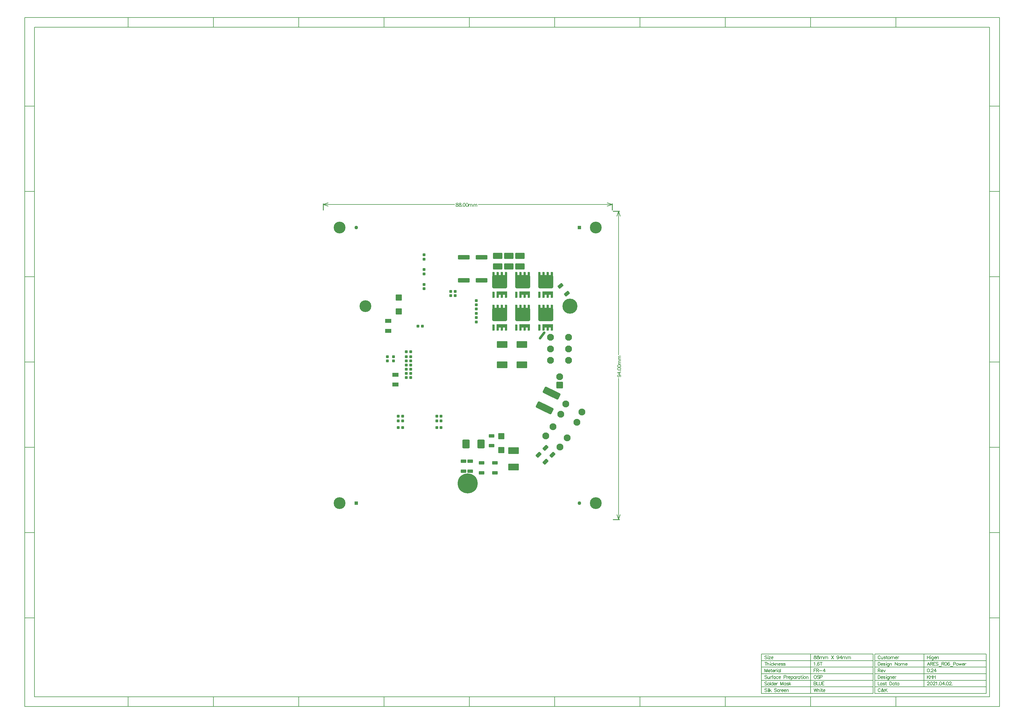
<source format=gbs>
G04 Layer_Color=16711935*
%FSLAX44Y44*%
%MOMM*%
G71*
G01*
G75*
%ADD53C,0.2540*%
%ADD54C,0.1270*%
%ADD55C,0.1500*%
G04:AMPARAMS|DCode=84|XSize=0.9mm|YSize=0.8mm|CornerRadius=0.1375mm|HoleSize=0mm|Usage=FLASHONLY|Rotation=0.000|XOffset=0mm|YOffset=0mm|HoleType=Round|Shape=RoundedRectangle|*
%AMROUNDEDRECTD84*
21,1,0.9000,0.5250,0,0,0.0*
21,1,0.6250,0.8000,0,0,0.0*
1,1,0.2750,0.3125,-0.2625*
1,1,0.2750,-0.3125,-0.2625*
1,1,0.2750,-0.3125,0.2625*
1,1,0.2750,0.3125,0.2625*
%
%ADD84ROUNDEDRECTD84*%
G04:AMPARAMS|DCode=92|XSize=1.9mm|YSize=1.25mm|CornerRadius=0.1938mm|HoleSize=0mm|Usage=FLASHONLY|Rotation=180.000|XOffset=0mm|YOffset=0mm|HoleType=Round|Shape=RoundedRectangle|*
%AMROUNDEDRECTD92*
21,1,1.9000,0.8625,0,0,180.0*
21,1,1.5125,1.2500,0,0,180.0*
1,1,0.3875,-0.7562,0.4313*
1,1,0.3875,0.7562,0.4313*
1,1,0.3875,0.7562,-0.4313*
1,1,0.3875,-0.7562,-0.4313*
%
%ADD92ROUNDEDRECTD92*%
G04:AMPARAMS|DCode=93|XSize=1.9mm|YSize=2.9mm|CornerRadius=0.275mm|HoleSize=0mm|Usage=FLASHONLY|Rotation=90.000|XOffset=0mm|YOffset=0mm|HoleType=Round|Shape=RoundedRectangle|*
%AMROUNDEDRECTD93*
21,1,1.9000,2.3500,0,0,90.0*
21,1,1.3500,2.9000,0,0,90.0*
1,1,0.5500,1.1750,0.6750*
1,1,0.5500,1.1750,-0.6750*
1,1,0.5500,-1.1750,-0.6750*
1,1,0.5500,-1.1750,0.6750*
%
%ADD93ROUNDEDRECTD93*%
%ADD101C,1.1000*%
G04:AMPARAMS|DCode=102|XSize=1.1mm|YSize=1.1mm|CornerRadius=0.1mm|HoleSize=0mm|Usage=FLASHONLY|Rotation=180.000|XOffset=0mm|YOffset=0mm|HoleType=Round|Shape=RoundedRectangle|*
%AMROUNDEDRECTD102*
21,1,1.1000,0.9000,0,0,180.0*
21,1,0.9000,1.1000,0,0,180.0*
1,1,0.2000,-0.4500,0.4500*
1,1,0.2000,0.4500,0.4500*
1,1,0.2000,0.4500,-0.4500*
1,1,0.2000,-0.4500,-0.4500*
%
%ADD102ROUNDEDRECTD102*%
G04:AMPARAMS|DCode=103|XSize=1.7mm|YSize=1.1mm|CornerRadius=0.175mm|HoleSize=0mm|Usage=FLASHONLY|Rotation=220.000|XOffset=0mm|YOffset=0mm|HoleType=Round|Shape=RoundedRectangle|*
%AMROUNDEDRECTD103*
21,1,1.7000,0.7500,0,0,220.0*
21,1,1.3500,1.1000,0,0,220.0*
1,1,0.3500,-0.7581,-0.1466*
1,1,0.3500,0.2760,0.7211*
1,1,0.3500,0.7581,0.1466*
1,1,0.3500,-0.2760,-0.7211*
%
%ADD103ROUNDEDRECTD103*%
G04:AMPARAMS|DCode=106|XSize=0.9mm|YSize=0.8mm|CornerRadius=0.1375mm|HoleSize=0mm|Usage=FLASHONLY|Rotation=270.000|XOffset=0mm|YOffset=0mm|HoleType=Round|Shape=RoundedRectangle|*
%AMROUNDEDRECTD106*
21,1,0.9000,0.5250,0,0,270.0*
21,1,0.6250,0.8000,0,0,270.0*
1,1,0.2750,-0.2625,-0.3125*
1,1,0.2750,-0.2625,0.3125*
1,1,0.2750,0.2625,0.3125*
1,1,0.2750,0.2625,-0.3125*
%
%ADD106ROUNDEDRECTD106*%
%ADD117C,6.1000*%
G04:AMPARAMS|DCode=118|XSize=2.1mm|YSize=2.1mm|CornerRadius=0.35mm|HoleSize=0mm|Usage=FLASHONLY|Rotation=90.000|XOffset=0mm|YOffset=0mm|HoleType=Round|Shape=RoundedRectangle|*
%AMROUNDEDRECTD118*
21,1,2.1000,1.4000,0,0,90.0*
21,1,1.4000,2.1000,0,0,90.0*
1,1,0.7000,0.7000,0.7000*
1,1,0.7000,0.7000,-0.7000*
1,1,0.7000,-0.7000,-0.7000*
1,1,0.7000,-0.7000,0.7000*
%
%ADD118ROUNDEDRECTD118*%
%ADD119C,2.1000*%
%ADD120C,3.6000*%
%ADD121C,4.6000*%
%ADD122C,0.7500*%
G04:AMPARAMS|DCode=123|XSize=1.7mm|YSize=1.1mm|CornerRadius=0.175mm|HoleSize=0mm|Usage=FLASHONLY|Rotation=180.000|XOffset=0mm|YOffset=0mm|HoleType=Round|Shape=RoundedRectangle|*
%AMROUNDEDRECTD123*
21,1,1.7000,0.7500,0,0,180.0*
21,1,1.3500,1.1000,0,0,180.0*
1,1,0.3500,-0.6750,0.3750*
1,1,0.3500,0.6750,0.3750*
1,1,0.3500,0.6750,-0.3750*
1,1,0.3500,-0.6750,-0.3750*
%
%ADD123ROUNDEDRECTD123*%
G04:AMPARAMS|DCode=124|XSize=3.6mm|YSize=1.3mm|CornerRadius=0.2mm|HoleSize=0mm|Usage=FLASHONLY|Rotation=180.000|XOffset=0mm|YOffset=0mm|HoleType=Round|Shape=RoundedRectangle|*
%AMROUNDEDRECTD124*
21,1,3.6000,0.9000,0,0,180.0*
21,1,3.2000,1.3000,0,0,180.0*
1,1,0.4000,-1.6000,0.4500*
1,1,0.4000,1.6000,0.4500*
1,1,0.4000,1.6000,-0.4500*
1,1,0.4000,-1.6000,-0.4500*
%
%ADD124ROUNDEDRECTD124*%
G04:AMPARAMS|DCode=125|XSize=2.1mm|YSize=3.3mm|CornerRadius=0.3mm|HoleSize=0mm|Usage=FLASHONLY|Rotation=90.000|XOffset=0mm|YOffset=0mm|HoleType=Round|Shape=RoundedRectangle|*
%AMROUNDEDRECTD125*
21,1,2.1000,2.7000,0,0,90.0*
21,1,1.5000,3.3000,0,0,90.0*
1,1,0.6000,1.3500,0.7500*
1,1,0.6000,1.3500,-0.7500*
1,1,0.6000,-1.3500,-0.7500*
1,1,0.6000,-1.3500,0.7500*
%
%ADD125ROUNDEDRECTD125*%
G04:AMPARAMS|DCode=126|XSize=2.1mm|YSize=5.3mm|CornerRadius=0.35mm|HoleSize=0mm|Usage=FLASHONLY|Rotation=244.000|XOffset=0mm|YOffset=0mm|HoleType=Round|Shape=RoundedRectangle|*
%AMROUNDEDRECTD126*
21,1,2.1000,4.6000,0,0,244.0*
21,1,1.4000,5.3000,0,0,244.0*
1,1,0.7000,-2.3741,0.3791*
1,1,0.7000,-1.7604,1.6374*
1,1,0.7000,2.3741,-0.3791*
1,1,0.7000,1.7604,-1.6374*
%
%ADD126ROUNDEDRECTD126*%
G04:AMPARAMS|DCode=127|XSize=2.259mm|YSize=2.64mm|CornerRadius=0.3199mm|HoleSize=0mm|Usage=FLASHONLY|Rotation=0.000|XOffset=0mm|YOffset=0mm|HoleType=Round|Shape=RoundedRectangle|*
%AMROUNDEDRECTD127*
21,1,2.2590,2.0002,0,0,0.0*
21,1,1.6193,2.6400,0,0,0.0*
1,1,0.6398,0.8096,-1.0001*
1,1,0.6398,-0.8096,-1.0001*
1,1,0.6398,-0.8096,1.0001*
1,1,0.6398,0.8096,1.0001*
%
%ADD127ROUNDEDRECTD127*%
G04:AMPARAMS|DCode=128|XSize=1.9mm|YSize=1.9mm|CornerRadius=0.275mm|HoleSize=0mm|Usage=FLASHONLY|Rotation=270.000|XOffset=0mm|YOffset=0mm|HoleType=Round|Shape=RoundedRectangle|*
%AMROUNDEDRECTD128*
21,1,1.9000,1.3500,0,0,270.0*
21,1,1.3500,1.9000,0,0,270.0*
1,1,0.5500,-0.6750,-0.6750*
1,1,0.5500,-0.6750,0.6750*
1,1,0.5500,0.6750,0.6750*
1,1,0.5500,0.6750,-0.6750*
%
%ADD128ROUNDEDRECTD128*%
G04:AMPARAMS|DCode=129|XSize=3.275mm|YSize=1.1mm|CornerRadius=0.15mm|HoleSize=0mm|Usage=FLASHONLY|Rotation=180.000|XOffset=0mm|YOffset=0mm|HoleType=Round|Shape=RoundedRectangle|*
%AMROUNDEDRECTD129*
21,1,3.2750,0.8000,0,0,180.0*
21,1,2.9750,1.1000,0,0,180.0*
1,1,0.3000,-1.4875,0.4000*
1,1,0.3000,1.4875,0.4000*
1,1,0.3000,1.4875,-0.4000*
1,1,0.3000,-1.4875,-0.4000*
%
%ADD129ROUNDEDRECTD129*%
G04:AMPARAMS|DCode=130|XSize=4.545mm|YSize=4.1mm|CornerRadius=0.45mm|HoleSize=0mm|Usage=FLASHONLY|Rotation=180.000|XOffset=0mm|YOffset=0mm|HoleType=Round|Shape=RoundedRectangle|*
%AMROUNDEDRECTD130*
21,1,4.5450,3.2000,0,0,180.0*
21,1,3.6450,4.1000,0,0,180.0*
1,1,0.9000,-1.8225,1.6000*
1,1,0.9000,1.8225,1.6000*
1,1,0.9000,1.8225,-1.6000*
1,1,0.9000,-1.8225,-1.6000*
%
%ADD130ROUNDEDRECTD130*%
G04:AMPARAMS|DCode=131|XSize=0.735mm|YSize=1.878mm|CornerRadius=0.2087mm|HoleSize=0mm|Usage=FLASHONLY|Rotation=180.000|XOffset=0mm|YOffset=0mm|HoleType=Round|Shape=RoundedRectangle|*
%AMROUNDEDRECTD131*
21,1,0.7350,1.4605,0,0,180.0*
21,1,0.3175,1.8780,0,0,180.0*
1,1,0.4175,-0.1588,0.7302*
1,1,0.4175,0.1588,0.7302*
1,1,0.4175,0.1588,-0.7302*
1,1,0.4175,-0.1588,-0.7302*
%
%ADD131ROUNDEDRECTD131*%
G04:AMPARAMS|DCode=132|XSize=1.7mm|YSize=1.1mm|CornerRadius=0.175mm|HoleSize=0mm|Usage=FLASHONLY|Rotation=45.000|XOffset=0mm|YOffset=0mm|HoleType=Round|Shape=RoundedRectangle|*
%AMROUNDEDRECTD132*
21,1,1.7000,0.7500,0,0,45.0*
21,1,1.3500,1.1000,0,0,45.0*
1,1,0.3500,0.7425,0.2121*
1,1,0.3500,-0.2121,-0.7425*
1,1,0.3500,-0.7425,-0.2121*
1,1,0.3500,0.2121,0.7425*
%
%ADD132ROUNDEDRECTD132*%
G04:AMPARAMS|DCode=133|XSize=2.1mm|YSize=3.25mm|CornerRadius=0.25mm|HoleSize=0mm|Usage=FLASHONLY|Rotation=90.000|XOffset=0mm|YOffset=0mm|HoleType=Round|Shape=RoundedRectangle|*
%AMROUNDEDRECTD133*
21,1,2.1000,2.7500,0,0,90.0*
21,1,1.6000,3.2500,0,0,90.0*
1,1,0.5000,1.3750,0.8000*
1,1,0.5000,1.3750,-0.8000*
1,1,0.5000,-1.3750,-0.8000*
1,1,0.5000,-1.3750,0.8000*
%
%ADD133ROUNDEDRECTD133*%
D53*
X443040Y-470000D02*
X462540D01*
X443040Y470000D02*
X462540D01*
X440000Y473040D02*
Y492540D01*
X-440000Y473040D02*
Y492540D01*
D54*
X460000Y-470000D02*
Y-39545D01*
Y31925D02*
Y470000D01*
Y-470000D02*
X465080Y-454760D01*
X454920D02*
X460000Y-470000D01*
X454920Y454760D02*
X460000Y470000D01*
X465080Y454760D01*
X31925Y490000D02*
X440000D01*
X-440000D02*
X-39545D01*
X424760Y495080D02*
X440000Y490000D01*
X424760Y484920D02*
X440000Y490000D01*
X-440000D02*
X-424760Y484920D01*
X-440000Y490000D02*
X-424760Y495080D01*
X459577Y-29446D02*
X461028Y-29930D01*
X461996Y-30898D01*
X462479Y-32349D01*
Y-32832D01*
X461996Y-34283D01*
X461028Y-35251D01*
X459577Y-35735D01*
X459093D01*
X457642Y-35251D01*
X456675Y-34283D01*
X456191Y-32832D01*
Y-32349D01*
X456675Y-30898D01*
X457642Y-29930D01*
X459577Y-29446D01*
X461996D01*
X464414Y-29930D01*
X465865Y-30898D01*
X466349Y-32349D01*
Y-33316D01*
X465865Y-34767D01*
X464898Y-35251D01*
X456191Y-21852D02*
X462963Y-26689D01*
Y-19434D01*
X456191Y-21852D02*
X466349D01*
X465382Y-17160D02*
X465865Y-17644D01*
X466349Y-17160D01*
X465865Y-16677D01*
X465382Y-17160D01*
X456191Y-11549D02*
X456675Y-13000D01*
X458126Y-13968D01*
X460544Y-14452D01*
X461996D01*
X464414Y-13968D01*
X465865Y-13000D01*
X466349Y-11549D01*
Y-10582D01*
X465865Y-9131D01*
X464414Y-8163D01*
X461996Y-7680D01*
X460544D01*
X458126Y-8163D01*
X456675Y-9131D01*
X456191Y-10582D01*
Y-11549D01*
Y-2504D02*
X456675Y-3955D01*
X458126Y-4922D01*
X460544Y-5406D01*
X461996D01*
X464414Y-4922D01*
X465865Y-3955D01*
X466349Y-2504D01*
Y-1537D01*
X465865Y-86D01*
X464414Y882D01*
X461996Y1366D01*
X460544D01*
X458126Y882D01*
X456675Y-86D01*
X456191Y-1537D01*
Y-2504D01*
X459577Y3639D02*
X466349D01*
X461512D02*
X460061Y5090D01*
X459577Y6058D01*
Y7509D01*
X460061Y8476D01*
X461512Y8960D01*
X466349D01*
X461512D02*
X460061Y10411D01*
X459577Y11378D01*
Y12830D01*
X460061Y13797D01*
X461512Y14281D01*
X466349D01*
X459577Y17473D02*
X466349D01*
X461512D02*
X460061Y18924D01*
X459577Y19892D01*
Y21343D01*
X460061Y22310D01*
X461512Y22794D01*
X466349D01*
X461512D02*
X460061Y24245D01*
X459577Y25212D01*
Y26663D01*
X460061Y27631D01*
X461512Y28115D01*
X466349D01*
X-33316Y493809D02*
X-34767Y493325D01*
X-35251Y492358D01*
Y491390D01*
X-34767Y490423D01*
X-33800Y489939D01*
X-31865Y489456D01*
X-30414Y488972D01*
X-29446Y488004D01*
X-28963Y487037D01*
Y485586D01*
X-29446Y484618D01*
X-29930Y484135D01*
X-31381Y483651D01*
X-33316D01*
X-34767Y484135D01*
X-35251Y484618D01*
X-35735Y485586D01*
Y487037D01*
X-35251Y488004D01*
X-34283Y488972D01*
X-32832Y489456D01*
X-30898Y489939D01*
X-29930Y490423D01*
X-29446Y491390D01*
Y492358D01*
X-29930Y493325D01*
X-31381Y493809D01*
X-33316D01*
X-24271D02*
X-25722Y493325D01*
X-26206Y492358D01*
Y491390D01*
X-25722Y490423D01*
X-24755Y489939D01*
X-22820Y489456D01*
X-21369Y488972D01*
X-20401Y488004D01*
X-19917Y487037D01*
Y485586D01*
X-20401Y484618D01*
X-20885Y484135D01*
X-22336Y483651D01*
X-24271D01*
X-25722Y484135D01*
X-26206Y484618D01*
X-26689Y485586D01*
Y487037D01*
X-26206Y488004D01*
X-25238Y488972D01*
X-23787Y489456D01*
X-21852Y489939D01*
X-20885Y490423D01*
X-20401Y491390D01*
Y492358D01*
X-20885Y493325D01*
X-22336Y493809D01*
X-24271D01*
X-17160Y484618D02*
X-17644Y484135D01*
X-17160Y483651D01*
X-16677Y484135D01*
X-17160Y484618D01*
X-11549Y493809D02*
X-13000Y493325D01*
X-13968Y491874D01*
X-14452Y489456D01*
Y488004D01*
X-13968Y485586D01*
X-13000Y484135D01*
X-11549Y483651D01*
X-10582D01*
X-9131Y484135D01*
X-8163Y485586D01*
X-7680Y488004D01*
Y489456D01*
X-8163Y491874D01*
X-9131Y493325D01*
X-10582Y493809D01*
X-11549D01*
X-2504D02*
X-3955Y493325D01*
X-4922Y491874D01*
X-5406Y489456D01*
Y488004D01*
X-4922Y485586D01*
X-3955Y484135D01*
X-2504Y483651D01*
X-1537D01*
X-86Y484135D01*
X882Y485586D01*
X1366Y488004D01*
Y489456D01*
X882Y491874D01*
X-86Y493325D01*
X-1537Y493809D01*
X-2504D01*
X3639Y490423D02*
Y483651D01*
Y488488D02*
X5090Y489939D01*
X6058Y490423D01*
X7509D01*
X8476Y489939D01*
X8960Y488488D01*
Y483651D01*
Y488488D02*
X10411Y489939D01*
X11378Y490423D01*
X12830D01*
X13797Y489939D01*
X14281Y488488D01*
Y483651D01*
X17473Y490423D02*
Y483651D01*
Y488488D02*
X18924Y489939D01*
X19892Y490423D01*
X21343D01*
X22310Y489939D01*
X22794Y488488D01*
Y483651D01*
Y488488D02*
X24245Y489939D01*
X25212Y490423D01*
X26663D01*
X27631Y489939D01*
X28115Y488488D01*
Y483651D01*
D55*
X-1320000Y-1010000D02*
Y1030000D01*
X1590000D01*
Y-1010000D02*
Y1030000D01*
X-1320000Y-1010000D02*
X1590000D01*
X-1350000Y-1040000D02*
X1620000D01*
X-1350000Y1060000D02*
X1620000D01*
X-1350000Y-1040000D02*
Y1060000D01*
Y530000D02*
X-1320000D01*
X-1350000Y530000D02*
X-1320000D01*
X-1350000Y790000D02*
X-1320000D01*
X-1350000D02*
X-1320000D01*
X5000Y-1040000D02*
Y-1010000D01*
X5000Y-1040000D02*
Y-1010000D01*
X-775000Y1030000D02*
Y1060000D01*
X-515000Y1030000D02*
Y1060000D01*
X-775000Y1030000D02*
Y1060000D01*
X-1035000Y1030000D02*
Y1060000D01*
X-1035000Y1030000D02*
Y1060000D01*
X5000Y1030000D02*
Y1060000D01*
X5000Y1030000D02*
Y1060000D01*
X-255000Y1030000D02*
Y1060000D01*
Y1030000D02*
Y1060000D01*
X-515000Y1030000D02*
Y1060000D01*
X1620000Y-1040000D02*
Y1060000D01*
X1590000Y790000D02*
X1620000D01*
X1590000D02*
X1620000D01*
X1590000Y530000D02*
X1620000D01*
X1590000Y530000D02*
X1620000D01*
X1590000Y270000D02*
X1620000D01*
X1590000D02*
X1620000D01*
X1590000Y10000D02*
X1620000D01*
X1590000D02*
X1620000D01*
X1590000Y-250000D02*
X1620000D01*
X1590000D02*
X1620000D01*
X1590000Y-510000D02*
X1620000D01*
X1590000Y-510000D02*
X1620000D01*
X1590000Y-770000D02*
X1620000D01*
X1590000D02*
X1620000D01*
X265000Y-1040000D02*
Y-1010000D01*
Y-1040000D02*
Y-1010000D01*
X525000Y-1040000D02*
Y-1010000D01*
Y-1040000D02*
Y-1010000D01*
X785000Y-1040000D02*
Y-1010000D01*
Y-1040000D02*
Y-1010000D01*
X1045000Y-1040000D02*
Y-1010000D01*
X1045000Y-1040000D02*
Y-1010000D01*
X1305000Y-1040000D02*
Y-1010000D01*
Y-1040000D02*
Y-1010000D01*
Y1030000D02*
Y1060000D01*
Y1030000D02*
Y1060000D01*
X1045000Y1030000D02*
Y1060000D01*
X1045000Y1030000D02*
Y1060000D01*
X785000Y1030000D02*
Y1060000D01*
Y1030000D02*
Y1060000D01*
X525000Y1030000D02*
Y1060000D01*
Y1030000D02*
Y1060000D01*
X265000Y1030000D02*
Y1060000D01*
Y1030000D02*
Y1060000D01*
X1240000Y-900000D02*
X1580000D01*
X1240000Y-920000D02*
X1580000D01*
X1240000Y-940000D02*
X1580000D01*
X1240000Y-960000D02*
X1580000D01*
X1240000Y-980000D02*
X1580000D01*
X1240000Y-1000000D02*
X1580000D01*
X1390000Y-980000D02*
Y-880000D01*
X1580000Y-1000000D02*
Y-880000D01*
X1240000D02*
X1580000D01*
X1240000Y-1000000D02*
Y-880000D01*
X-1350000Y-770000D02*
X-1320000D01*
X-1350000D02*
X-1320000D01*
X-1350000Y-510000D02*
X-1320000D01*
X-1350000Y-510000D02*
X-1320000D01*
X-1350000Y-250000D02*
X-1320000D01*
X-1350000D02*
X-1320000D01*
X-1350000Y10000D02*
X-1320000D01*
X-1350000D02*
X-1320000D01*
X-1350000Y270000D02*
X-1320000D01*
X-1350000D02*
X-1320000D01*
X-515000Y-1040000D02*
Y-1010000D01*
X-255000Y-1040000D02*
Y-1010000D01*
Y-1040000D02*
Y-1010000D01*
X-1035000Y-1040000D02*
Y-1010000D01*
X-1035000Y-1040000D02*
Y-1010000D01*
X-775000Y-1040000D02*
Y-1010000D01*
X-515000Y-1040000D02*
Y-1010000D01*
X-775000Y-1040000D02*
Y-1010000D01*
X895000Y-900000D02*
X1235000D01*
X895000Y-920000D02*
X1235000D01*
X895000Y-940000D02*
X1235000D01*
X895000Y-960000D02*
X1235000D01*
X895000Y-980000D02*
X1235000D01*
X895000Y-1000000D02*
X1235000D01*
X1045000D02*
Y-880000D01*
X1235000Y-1000000D02*
Y-880000D01*
X895000D02*
X1235000D01*
X895000Y-1000000D02*
Y-880000D01*
X1257141Y-987383D02*
X1256665Y-986430D01*
X1255713Y-985478D01*
X1254761Y-985002D01*
X1252857D01*
X1251904Y-985478D01*
X1250952Y-986430D01*
X1250476Y-987383D01*
X1250000Y-988811D01*
Y-991191D01*
X1250476Y-992619D01*
X1250952Y-993572D01*
X1251904Y-994524D01*
X1252857Y-995000D01*
X1254761D01*
X1255713Y-994524D01*
X1256665Y-993572D01*
X1257141Y-992619D01*
X1268520Y-988811D02*
X1268044Y-989287D01*
X1268520Y-989763D01*
X1268996Y-989287D01*
Y-988811D01*
X1268520Y-988335D01*
X1268044D01*
X1267568Y-988811D01*
X1267092Y-989763D01*
X1266139Y-992143D01*
X1265187Y-993572D01*
X1264235Y-994524D01*
X1263283Y-995000D01*
X1261855D01*
X1260426Y-994524D01*
X1259950Y-993572D01*
Y-992143D01*
X1260426Y-991191D01*
X1263283Y-989287D01*
X1264235Y-988335D01*
X1264711Y-987383D01*
Y-986430D01*
X1264235Y-985478D01*
X1263283Y-985002D01*
X1262331Y-985478D01*
X1261855Y-986430D01*
Y-987383D01*
X1262331Y-988811D01*
X1263283Y-990239D01*
X1265663Y-993572D01*
X1266616Y-994524D01*
X1268044Y-995000D01*
X1268520D01*
X1268996Y-994524D01*
Y-994048D01*
X1261855Y-995000D02*
X1260902Y-994524D01*
X1260426Y-993572D01*
Y-992143D01*
X1260902Y-991191D01*
X1261855Y-990239D01*
Y-987383D02*
X1262331Y-988335D01*
X1266139Y-993572D01*
X1267092Y-994524D01*
X1268044Y-995000D01*
X1271472Y-985002D02*
Y-995000D01*
X1278137Y-985002D02*
X1271472Y-991667D01*
X1273852Y-989287D02*
X1278137Y-995000D01*
X1400476Y-967383D02*
Y-966907D01*
X1400952Y-965954D01*
X1401428Y-965478D01*
X1402380Y-965002D01*
X1404285D01*
X1405237Y-965478D01*
X1405713Y-965954D01*
X1406189Y-966907D01*
Y-967859D01*
X1405713Y-968811D01*
X1404761Y-970239D01*
X1400000Y-975000D01*
X1406665D01*
X1411759Y-965002D02*
X1410331Y-965478D01*
X1409379Y-966907D01*
X1408903Y-969287D01*
Y-970715D01*
X1409379Y-973096D01*
X1410331Y-974524D01*
X1411759Y-975000D01*
X1412712D01*
X1414140Y-974524D01*
X1415092Y-973096D01*
X1415568Y-970715D01*
Y-969287D01*
X1415092Y-966907D01*
X1414140Y-965478D01*
X1412712Y-965002D01*
X1411759D01*
X1418282Y-967383D02*
Y-966907D01*
X1418758Y-965954D01*
X1419234Y-965478D01*
X1420186Y-965002D01*
X1422090D01*
X1423043Y-965478D01*
X1423519Y-965954D01*
X1423995Y-966907D01*
Y-967859D01*
X1423519Y-968811D01*
X1422567Y-970239D01*
X1417806Y-975000D01*
X1424471D01*
X1426709Y-966907D02*
X1427661Y-966430D01*
X1429089Y-965002D01*
Y-975000D01*
X1434516Y-974048D02*
X1434040Y-974524D01*
X1434516Y-975000D01*
X1434993Y-974524D01*
X1434516Y-974048D01*
X1440039Y-965002D02*
X1438611Y-965478D01*
X1437659Y-966907D01*
X1437182Y-969287D01*
Y-970715D01*
X1437659Y-973096D01*
X1438611Y-974524D01*
X1440039Y-975000D01*
X1440991D01*
X1442419Y-974524D01*
X1443372Y-973096D01*
X1443848Y-970715D01*
Y-969287D01*
X1443372Y-966907D01*
X1442419Y-965478D01*
X1440991Y-965002D01*
X1440039D01*
X1450846D02*
X1446085Y-971667D01*
X1453227D01*
X1450846Y-965002D02*
Y-975000D01*
X1455464Y-974048D02*
X1454988Y-974524D01*
X1455464Y-975000D01*
X1455940Y-974524D01*
X1455464Y-974048D01*
X1460987Y-965002D02*
X1459559Y-965478D01*
X1458607Y-966907D01*
X1458130Y-969287D01*
Y-970715D01*
X1458607Y-973096D01*
X1459559Y-974524D01*
X1460987Y-975000D01*
X1461939D01*
X1463367Y-974524D01*
X1464319Y-973096D01*
X1464796Y-970715D01*
Y-969287D01*
X1464319Y-966907D01*
X1463367Y-965478D01*
X1461939Y-965002D01*
X1460987D01*
X1467509Y-967383D02*
Y-966907D01*
X1467985Y-965954D01*
X1468461Y-965478D01*
X1469414Y-965002D01*
X1471318D01*
X1472270Y-965478D01*
X1472746Y-965954D01*
X1473222Y-966907D01*
Y-967859D01*
X1472746Y-968811D01*
X1471794Y-970239D01*
X1467033Y-975000D01*
X1473698D01*
X1476412Y-974048D02*
X1475936Y-974524D01*
X1476412Y-975000D01*
X1476888Y-974524D01*
X1476412Y-974048D01*
X1400000Y-945002D02*
Y-955000D01*
X1406665Y-945002D02*
X1400000Y-951667D01*
X1402380Y-949287D02*
X1406665Y-955000D01*
X1408903Y-945002D02*
Y-955000D01*
X1415568Y-945002D02*
Y-955000D01*
X1408903Y-949763D02*
X1415568D01*
X1418329Y-945002D02*
Y-955000D01*
X1424995Y-945002D02*
Y-955000D01*
X1418329Y-949763D02*
X1424995D01*
X1402856Y-925002D02*
X1401428Y-925478D01*
X1400476Y-926907D01*
X1400000Y-929287D01*
Y-930715D01*
X1400476Y-933096D01*
X1401428Y-934524D01*
X1402856Y-935000D01*
X1403809D01*
X1405237Y-934524D01*
X1406189Y-933096D01*
X1406665Y-930715D01*
Y-929287D01*
X1406189Y-926907D01*
X1405237Y-925478D01*
X1403809Y-925002D01*
X1402856D01*
X1409379Y-934048D02*
X1408903Y-934524D01*
X1409379Y-935000D01*
X1409855Y-934524D01*
X1409379Y-934048D01*
X1412521Y-927383D02*
Y-926907D01*
X1412997Y-925954D01*
X1413473Y-925478D01*
X1414426Y-925002D01*
X1416330D01*
X1417282Y-925478D01*
X1417758Y-925954D01*
X1418234Y-926907D01*
Y-927859D01*
X1417758Y-928811D01*
X1416806Y-930239D01*
X1412045Y-935000D01*
X1418710D01*
X1425709Y-925002D02*
X1420948Y-931667D01*
X1428089D01*
X1425709Y-925002D02*
Y-935000D01*
X1407617Y-915000D02*
X1403809Y-905002D01*
X1400000Y-915000D01*
X1401428Y-911667D02*
X1406189D01*
X1409950Y-905002D02*
Y-915000D01*
Y-905002D02*
X1414235D01*
X1415663Y-905478D01*
X1416139Y-905954D01*
X1416615Y-906907D01*
Y-907859D01*
X1416139Y-908811D01*
X1415663Y-909287D01*
X1414235Y-909763D01*
X1409950D01*
X1413283D02*
X1416615Y-915000D01*
X1425042Y-905002D02*
X1418853D01*
Y-915000D01*
X1425042D01*
X1418853Y-909763D02*
X1422662D01*
X1433374Y-906430D02*
X1432422Y-905478D01*
X1430993Y-905002D01*
X1429089D01*
X1427661Y-905478D01*
X1426709Y-906430D01*
Y-907383D01*
X1427185Y-908335D01*
X1427661Y-908811D01*
X1428613Y-909287D01*
X1431470Y-910239D01*
X1432422Y-910715D01*
X1432898Y-911191D01*
X1433374Y-912143D01*
Y-913572D01*
X1432422Y-914524D01*
X1430993Y-915000D01*
X1429089D01*
X1427661Y-914524D01*
X1426709Y-913572D01*
X1435611Y-918333D02*
X1443229D01*
X1444514Y-905002D02*
Y-915000D01*
Y-905002D02*
X1448799D01*
X1450227Y-905478D01*
X1450703Y-905954D01*
X1451180Y-906907D01*
Y-907859D01*
X1450703Y-908811D01*
X1450227Y-909287D01*
X1448799Y-909763D01*
X1444514D01*
X1447847D02*
X1451180Y-915000D01*
X1456274Y-905002D02*
X1454845Y-905478D01*
X1453893Y-906907D01*
X1453417Y-909287D01*
Y-910715D01*
X1453893Y-913096D01*
X1454845Y-914524D01*
X1456274Y-915000D01*
X1457226D01*
X1458654Y-914524D01*
X1459606Y-913096D01*
X1460082Y-910715D01*
Y-909287D01*
X1459606Y-906907D01*
X1458654Y-905478D01*
X1457226Y-905002D01*
X1456274D01*
X1468033Y-906430D02*
X1467557Y-905478D01*
X1466129Y-905002D01*
X1465177D01*
X1463748Y-905478D01*
X1462796Y-906907D01*
X1462320Y-909287D01*
Y-911667D01*
X1462796Y-913572D01*
X1463748Y-914524D01*
X1465177Y-915000D01*
X1465653D01*
X1467081Y-914524D01*
X1468033Y-913572D01*
X1468509Y-912143D01*
Y-911667D01*
X1468033Y-910239D01*
X1467081Y-909287D01*
X1465653Y-908811D01*
X1465177D01*
X1463748Y-909287D01*
X1462796Y-910239D01*
X1462320Y-911667D01*
X1470699Y-918333D02*
X1478316D01*
X1479602Y-910239D02*
X1483887D01*
X1485315Y-909763D01*
X1485791Y-909287D01*
X1486267Y-908335D01*
Y-906907D01*
X1485791Y-905954D01*
X1485315Y-905478D01*
X1483887Y-905002D01*
X1479602D01*
Y-915000D01*
X1490885Y-908335D02*
X1489933Y-908811D01*
X1488981Y-909763D01*
X1488505Y-911191D01*
Y-912143D01*
X1488981Y-913572D01*
X1489933Y-914524D01*
X1490885Y-915000D01*
X1492314D01*
X1493266Y-914524D01*
X1494218Y-913572D01*
X1494694Y-912143D01*
Y-911191D01*
X1494218Y-909763D01*
X1493266Y-908811D01*
X1492314Y-908335D01*
X1490885D01*
X1496884D02*
X1498788Y-915000D01*
X1500693Y-908335D02*
X1498788Y-915000D01*
X1500693Y-908335D02*
X1502597Y-915000D01*
X1504501Y-908335D02*
X1502597Y-915000D01*
X1506834Y-911191D02*
X1512547D01*
Y-910239D01*
X1512071Y-909287D01*
X1511595Y-908811D01*
X1510643Y-908335D01*
X1509215D01*
X1508262Y-908811D01*
X1507310Y-909763D01*
X1506834Y-911191D01*
Y-912143D01*
X1507310Y-913572D01*
X1508262Y-914524D01*
X1509215Y-915000D01*
X1510643D01*
X1511595Y-914524D01*
X1512547Y-913572D01*
X1514690Y-908335D02*
Y-915000D01*
Y-911191D02*
X1515166Y-909763D01*
X1516118Y-908811D01*
X1517070Y-908335D01*
X1518498D01*
X1400000Y-885002D02*
Y-895000D01*
X1406665Y-885002D02*
Y-895000D01*
X1400000Y-889763D02*
X1406665D01*
X1410379Y-885002D02*
X1410855Y-885478D01*
X1411331Y-885002D01*
X1410855Y-884526D01*
X1410379Y-885002D01*
X1410855Y-888335D02*
Y-895000D01*
X1418806Y-888335D02*
Y-895952D01*
X1418329Y-897380D01*
X1417853Y-897857D01*
X1416901Y-898333D01*
X1415473D01*
X1414521Y-897857D01*
X1418806Y-889763D02*
X1417853Y-888811D01*
X1416901Y-888335D01*
X1415473D01*
X1414521Y-888811D01*
X1413569Y-889763D01*
X1413092Y-891191D01*
Y-892143D01*
X1413569Y-893572D01*
X1414521Y-894524D01*
X1415473Y-895000D01*
X1416901D01*
X1417853Y-894524D01*
X1418806Y-893572D01*
X1421472Y-891191D02*
X1427185D01*
Y-890239D01*
X1426709Y-889287D01*
X1426232Y-888811D01*
X1425280Y-888335D01*
X1423852D01*
X1422900Y-888811D01*
X1421948Y-889763D01*
X1421472Y-891191D01*
Y-892143D01*
X1421948Y-893572D01*
X1422900Y-894524D01*
X1423852Y-895000D01*
X1425280D01*
X1426232Y-894524D01*
X1427185Y-893572D01*
X1429327Y-888335D02*
Y-895000D01*
Y-890239D02*
X1430755Y-888811D01*
X1431707Y-888335D01*
X1433136D01*
X1434088Y-888811D01*
X1434564Y-890239D01*
Y-895000D01*
X1250000Y-965002D02*
Y-975000D01*
X1255713D01*
X1262521Y-968335D02*
Y-975000D01*
Y-969763D02*
X1261569Y-968811D01*
X1260617Y-968335D01*
X1259189D01*
X1258236Y-968811D01*
X1257284Y-969763D01*
X1256808Y-971191D01*
Y-972143D01*
X1257284Y-973572D01*
X1258236Y-974524D01*
X1259189Y-975000D01*
X1260617D01*
X1261569Y-974524D01*
X1262521Y-973572D01*
X1270424Y-969763D02*
X1269948Y-968811D01*
X1268520Y-968335D01*
X1267092D01*
X1265663Y-968811D01*
X1265187Y-969763D01*
X1265663Y-970715D01*
X1266616Y-971191D01*
X1268996Y-971667D01*
X1269948Y-972143D01*
X1270424Y-973096D01*
Y-973572D01*
X1269948Y-974524D01*
X1268520Y-975000D01*
X1267092D01*
X1265663Y-974524D01*
X1265187Y-973572D01*
X1273947Y-965002D02*
Y-973096D01*
X1274423Y-974524D01*
X1275376Y-975000D01*
X1276328D01*
X1272519Y-968335D02*
X1275852D01*
X1285611Y-965002D02*
Y-975000D01*
Y-965002D02*
X1288944D01*
X1290372Y-965478D01*
X1291324Y-966430D01*
X1291801Y-967383D01*
X1292277Y-968811D01*
Y-971191D01*
X1291801Y-972619D01*
X1291324Y-973572D01*
X1290372Y-974524D01*
X1288944Y-975000D01*
X1285611D01*
X1300227Y-968335D02*
Y-975000D01*
Y-969763D02*
X1299275Y-968811D01*
X1298323Y-968335D01*
X1296895D01*
X1295943Y-968811D01*
X1294990Y-969763D01*
X1294514Y-971191D01*
Y-972143D01*
X1294990Y-973572D01*
X1295943Y-974524D01*
X1296895Y-975000D01*
X1298323D01*
X1299275Y-974524D01*
X1300227Y-973572D01*
X1304322Y-965002D02*
Y-973096D01*
X1304798Y-974524D01*
X1305750Y-975000D01*
X1306702D01*
X1302893Y-968335D02*
X1306226D01*
X1313843D02*
Y-975000D01*
Y-969763D02*
X1312891Y-968811D01*
X1311939Y-968335D01*
X1310511D01*
X1309559Y-968811D01*
X1308607Y-969763D01*
X1308130Y-971191D01*
Y-972143D01*
X1308607Y-973572D01*
X1309559Y-974524D01*
X1310511Y-975000D01*
X1311939D01*
X1312891Y-974524D01*
X1313843Y-973572D01*
X1250000Y-945002D02*
Y-955000D01*
Y-945002D02*
X1253333D01*
X1254761Y-945478D01*
X1255713Y-946430D01*
X1256189Y-947383D01*
X1256665Y-948811D01*
Y-951191D01*
X1256189Y-952619D01*
X1255713Y-953572D01*
X1254761Y-954524D01*
X1253333Y-955000D01*
X1250000D01*
X1258903Y-951191D02*
X1264616D01*
Y-950239D01*
X1264140Y-949287D01*
X1263664Y-948811D01*
X1262711Y-948335D01*
X1261283D01*
X1260331Y-948811D01*
X1259379Y-949763D01*
X1258903Y-951191D01*
Y-952143D01*
X1259379Y-953572D01*
X1260331Y-954524D01*
X1261283Y-955000D01*
X1262711D01*
X1263664Y-954524D01*
X1264616Y-953572D01*
X1271995Y-949763D02*
X1271519Y-948811D01*
X1270091Y-948335D01*
X1268663D01*
X1267234Y-948811D01*
X1266758Y-949763D01*
X1267234Y-950715D01*
X1268187Y-951191D01*
X1270567Y-951667D01*
X1271519Y-952143D01*
X1271995Y-953096D01*
Y-953572D01*
X1271519Y-954524D01*
X1270091Y-955000D01*
X1268663D01*
X1267234Y-954524D01*
X1266758Y-953572D01*
X1275042Y-945002D02*
X1275518Y-945478D01*
X1275994Y-945002D01*
X1275518Y-944526D01*
X1275042Y-945002D01*
X1275518Y-948335D02*
Y-955000D01*
X1283469Y-948335D02*
Y-955952D01*
X1282993Y-957380D01*
X1282517Y-957857D01*
X1281565Y-958333D01*
X1280136D01*
X1279184Y-957857D01*
X1283469Y-949763D02*
X1282517Y-948811D01*
X1281565Y-948335D01*
X1280136D01*
X1279184Y-948811D01*
X1278232Y-949763D01*
X1277756Y-951191D01*
Y-952143D01*
X1278232Y-953572D01*
X1279184Y-954524D01*
X1280136Y-955000D01*
X1281565D01*
X1282517Y-954524D01*
X1283469Y-953572D01*
X1286135Y-948335D02*
Y-955000D01*
Y-950239D02*
X1287563Y-948811D01*
X1288515Y-948335D01*
X1289944D01*
X1290896Y-948811D01*
X1291372Y-950239D01*
Y-955000D01*
X1293991Y-951191D02*
X1299704D01*
Y-950239D01*
X1299227Y-949287D01*
X1298752Y-948811D01*
X1297799Y-948335D01*
X1296371D01*
X1295419Y-948811D01*
X1294467Y-949763D01*
X1293991Y-951191D01*
Y-952143D01*
X1294467Y-953572D01*
X1295419Y-954524D01*
X1296371Y-955000D01*
X1297799D01*
X1298752Y-954524D01*
X1299704Y-953572D01*
X1301846Y-948335D02*
Y-955000D01*
Y-951191D02*
X1302322Y-949763D01*
X1303274Y-948811D01*
X1304226Y-948335D01*
X1305655D01*
X1250000Y-925002D02*
Y-935000D01*
Y-925002D02*
X1254285D01*
X1255713Y-925478D01*
X1256189Y-925954D01*
X1256665Y-926907D01*
Y-927859D01*
X1256189Y-928811D01*
X1255713Y-929287D01*
X1254285Y-929763D01*
X1250000D01*
X1253333D02*
X1256665Y-935000D01*
X1258903Y-931191D02*
X1264616D01*
Y-930239D01*
X1264140Y-929287D01*
X1263664Y-928811D01*
X1262711Y-928335D01*
X1261283D01*
X1260331Y-928811D01*
X1259379Y-929763D01*
X1258903Y-931191D01*
Y-932143D01*
X1259379Y-933572D01*
X1260331Y-934524D01*
X1261283Y-935000D01*
X1262711D01*
X1263664Y-934524D01*
X1264616Y-933572D01*
X1266758Y-928335D02*
X1269615Y-935000D01*
X1272471Y-928335D02*
X1269615Y-935000D01*
X1250000Y-905002D02*
Y-915000D01*
Y-905002D02*
X1253333D01*
X1254761Y-905478D01*
X1255713Y-906430D01*
X1256189Y-907383D01*
X1256665Y-908811D01*
Y-911191D01*
X1256189Y-912619D01*
X1255713Y-913572D01*
X1254761Y-914524D01*
X1253333Y-915000D01*
X1250000D01*
X1258903Y-911191D02*
X1264616D01*
Y-910239D01*
X1264140Y-909287D01*
X1263664Y-908811D01*
X1262711Y-908335D01*
X1261283D01*
X1260331Y-908811D01*
X1259379Y-909763D01*
X1258903Y-911191D01*
Y-912143D01*
X1259379Y-913572D01*
X1260331Y-914524D01*
X1261283Y-915000D01*
X1262711D01*
X1263664Y-914524D01*
X1264616Y-913572D01*
X1271995Y-909763D02*
X1271519Y-908811D01*
X1270091Y-908335D01*
X1268663D01*
X1267234Y-908811D01*
X1266758Y-909763D01*
X1267234Y-910715D01*
X1268187Y-911191D01*
X1270567Y-911667D01*
X1271519Y-912143D01*
X1271995Y-913096D01*
Y-913572D01*
X1271519Y-914524D01*
X1270091Y-915000D01*
X1268663D01*
X1267234Y-914524D01*
X1266758Y-913572D01*
X1275042Y-905002D02*
X1275518Y-905478D01*
X1275994Y-905002D01*
X1275518Y-904526D01*
X1275042Y-905002D01*
X1275518Y-908335D02*
Y-915000D01*
X1283469Y-908335D02*
Y-915952D01*
X1282993Y-917380D01*
X1282517Y-917857D01*
X1281565Y-918333D01*
X1280136D01*
X1279184Y-917857D01*
X1283469Y-909763D02*
X1282517Y-908811D01*
X1281565Y-908335D01*
X1280136D01*
X1279184Y-908811D01*
X1278232Y-909763D01*
X1277756Y-911191D01*
Y-912143D01*
X1278232Y-913572D01*
X1279184Y-914524D01*
X1280136Y-915000D01*
X1281565D01*
X1282517Y-914524D01*
X1283469Y-913572D01*
X1286135Y-908335D02*
Y-915000D01*
Y-910239D02*
X1287563Y-908811D01*
X1288515Y-908335D01*
X1289944D01*
X1290896Y-908811D01*
X1291372Y-910239D01*
Y-915000D01*
X1301846Y-905002D02*
Y-915000D01*
Y-905002D02*
X1308511Y-915000D01*
Y-905002D02*
Y-915000D01*
X1316986Y-908335D02*
Y-915000D01*
Y-909763D02*
X1316033Y-908811D01*
X1315081Y-908335D01*
X1313653D01*
X1312701Y-908811D01*
X1311749Y-909763D01*
X1311273Y-911191D01*
Y-912143D01*
X1311749Y-913572D01*
X1312701Y-914524D01*
X1313653Y-915000D01*
X1315081D01*
X1316033Y-914524D01*
X1316986Y-913572D01*
X1319652Y-908335D02*
Y-915000D01*
Y-910239D02*
X1321080Y-908811D01*
X1322032Y-908335D01*
X1323460D01*
X1324413Y-908811D01*
X1324889Y-910239D01*
Y-915000D01*
Y-910239D02*
X1326317Y-908811D01*
X1327269Y-908335D01*
X1328697D01*
X1329650Y-908811D01*
X1330126Y-910239D01*
Y-915000D01*
X1333268Y-911191D02*
X1338981D01*
Y-910239D01*
X1338505Y-909287D01*
X1338029Y-908811D01*
X1337077Y-908335D01*
X1335648D01*
X1334696Y-908811D01*
X1333744Y-909763D01*
X1333268Y-911191D01*
Y-912143D01*
X1333744Y-913572D01*
X1334696Y-914524D01*
X1335648Y-915000D01*
X1337077D01*
X1338029Y-914524D01*
X1338981Y-913572D01*
X1257141Y-887383D02*
X1256665Y-886430D01*
X1255713Y-885478D01*
X1254761Y-885002D01*
X1252857D01*
X1251904Y-885478D01*
X1250952Y-886430D01*
X1250476Y-887383D01*
X1250000Y-888811D01*
Y-891191D01*
X1250476Y-892620D01*
X1250952Y-893572D01*
X1251904Y-894524D01*
X1252857Y-895000D01*
X1254761D01*
X1255713Y-894524D01*
X1256665Y-893572D01*
X1257141Y-892620D01*
X1259950Y-888335D02*
Y-893096D01*
X1260426Y-894524D01*
X1261378Y-895000D01*
X1262807D01*
X1263759Y-894524D01*
X1265187Y-893096D01*
Y-888335D02*
Y-895000D01*
X1273043Y-889763D02*
X1272567Y-888811D01*
X1271138Y-888335D01*
X1269710D01*
X1268282Y-888811D01*
X1267806Y-889763D01*
X1268282Y-890715D01*
X1269234Y-891191D01*
X1271614Y-891667D01*
X1272567Y-892143D01*
X1273043Y-893096D01*
Y-893572D01*
X1272567Y-894524D01*
X1271138Y-895000D01*
X1269710D01*
X1268282Y-894524D01*
X1267806Y-893572D01*
X1276566Y-885002D02*
Y-893096D01*
X1277042Y-894524D01*
X1277994Y-895000D01*
X1278946D01*
X1275137Y-888335D02*
X1278470D01*
X1282755D02*
X1281803Y-888811D01*
X1280851Y-889763D01*
X1280374Y-891191D01*
Y-892143D01*
X1280851Y-893572D01*
X1281803Y-894524D01*
X1282755Y-895000D01*
X1284183D01*
X1285135Y-894524D01*
X1286087Y-893572D01*
X1286564Y-892143D01*
Y-891191D01*
X1286087Y-889763D01*
X1285135Y-888811D01*
X1284183Y-888335D01*
X1282755D01*
X1288754D02*
Y-895000D01*
Y-890239D02*
X1290182Y-888811D01*
X1291134Y-888335D01*
X1292562D01*
X1293515Y-888811D01*
X1293991Y-890239D01*
Y-895000D01*
Y-890239D02*
X1295419Y-888811D01*
X1296371Y-888335D01*
X1297799D01*
X1298752Y-888811D01*
X1299227Y-890239D01*
Y-895000D01*
X1302370Y-891191D02*
X1308083D01*
Y-890239D01*
X1307607Y-889287D01*
X1307131Y-888811D01*
X1306178Y-888335D01*
X1304750D01*
X1303798Y-888811D01*
X1302846Y-889763D01*
X1302370Y-891191D01*
Y-892143D01*
X1302846Y-893572D01*
X1303798Y-894524D01*
X1304750Y-895000D01*
X1306178D01*
X1307131Y-894524D01*
X1308083Y-893572D01*
X1310225Y-888335D02*
Y-895000D01*
Y-891191D02*
X1310701Y-889763D01*
X1311653Y-888811D01*
X1312606Y-888335D01*
X1314034D01*
X1055000Y-985002D02*
X1057380Y-995000D01*
X1059761Y-985002D02*
X1057380Y-995000D01*
X1059761Y-985002D02*
X1062141Y-995000D01*
X1064522Y-985002D02*
X1062141Y-995000D01*
X1066521Y-985002D02*
Y-995000D01*
Y-990239D02*
X1067950Y-988811D01*
X1068902Y-988335D01*
X1070330D01*
X1071282Y-988811D01*
X1071758Y-990239D01*
Y-995000D01*
X1075329Y-985002D02*
X1075805Y-985478D01*
X1076281Y-985002D01*
X1075805Y-984526D01*
X1075329Y-985002D01*
X1075805Y-988335D02*
Y-995000D01*
X1079471Y-985002D02*
Y-993096D01*
X1079947Y-994524D01*
X1080899Y-995000D01*
X1081851D01*
X1078043Y-988335D02*
X1081375D01*
X1083280Y-991191D02*
X1088993D01*
Y-990239D01*
X1088517Y-989287D01*
X1088040Y-988811D01*
X1087088Y-988335D01*
X1085660D01*
X1084708Y-988811D01*
X1083756Y-989763D01*
X1083280Y-991191D01*
Y-992143D01*
X1083756Y-993572D01*
X1084708Y-994524D01*
X1085660Y-995000D01*
X1087088D01*
X1088040Y-994524D01*
X1088993Y-993572D01*
X1055000Y-965002D02*
Y-975000D01*
Y-965002D02*
X1059285D01*
X1060713Y-965478D01*
X1061189Y-965954D01*
X1061665Y-966907D01*
Y-967859D01*
X1061189Y-968811D01*
X1060713Y-969287D01*
X1059285Y-969763D01*
X1055000D02*
X1059285D01*
X1060713Y-970239D01*
X1061189Y-970715D01*
X1061665Y-971667D01*
Y-973096D01*
X1061189Y-974048D01*
X1060713Y-974524D01*
X1059285Y-975000D01*
X1055000D01*
X1063903Y-965002D02*
Y-975000D01*
X1069616D01*
X1070711Y-965002D02*
Y-972143D01*
X1071187Y-973572D01*
X1072139Y-974524D01*
X1073567Y-975000D01*
X1074520D01*
X1075948Y-974524D01*
X1076900Y-973572D01*
X1077376Y-972143D01*
Y-965002D01*
X1086327D02*
X1080137D01*
Y-975000D01*
X1086327D01*
X1080137Y-969763D02*
X1083946D01*
X1057857Y-945002D02*
X1056904Y-945478D01*
X1055952Y-946430D01*
X1055476Y-947383D01*
X1055000Y-948811D01*
Y-951191D01*
X1055476Y-952620D01*
X1055952Y-953572D01*
X1056904Y-954524D01*
X1057857Y-955000D01*
X1059761D01*
X1060713Y-954524D01*
X1061665Y-953572D01*
X1062141Y-952620D01*
X1062617Y-951191D01*
Y-948811D01*
X1062141Y-947383D01*
X1061665Y-946430D01*
X1060713Y-945478D01*
X1059761Y-945002D01*
X1057857D01*
X1071616Y-946430D02*
X1070663Y-945478D01*
X1069235Y-945002D01*
X1067331D01*
X1065902Y-945478D01*
X1064950Y-946430D01*
Y-947383D01*
X1065426Y-948335D01*
X1065902Y-948811D01*
X1066855Y-949287D01*
X1069711Y-950239D01*
X1070663Y-950715D01*
X1071139Y-951191D01*
X1071616Y-952143D01*
Y-953572D01*
X1070663Y-954524D01*
X1069235Y-955000D01*
X1067331D01*
X1065902Y-954524D01*
X1064950Y-953572D01*
X1073853Y-950239D02*
X1078138D01*
X1079566Y-949763D01*
X1080042Y-949287D01*
X1080518Y-948335D01*
Y-946907D01*
X1080042Y-945954D01*
X1079566Y-945478D01*
X1078138Y-945002D01*
X1073853D01*
Y-955000D01*
X1055000Y-925002D02*
Y-935000D01*
Y-925002D02*
X1061189D01*
X1055000Y-929763D02*
X1058809D01*
X1062332Y-925002D02*
Y-935000D01*
Y-925002D02*
X1066617D01*
X1068045Y-925478D01*
X1068521Y-925954D01*
X1068997Y-926907D01*
Y-927859D01*
X1068521Y-928811D01*
X1068045Y-929287D01*
X1066617Y-929763D01*
X1062332D01*
X1065664D02*
X1068997Y-935000D01*
X1071235Y-930715D02*
X1079804D01*
X1087517Y-925002D02*
X1082756Y-931667D01*
X1089897D01*
X1087517Y-925002D02*
Y-935000D01*
X1055000Y-906907D02*
X1055952Y-906430D01*
X1057380Y-905002D01*
Y-915000D01*
X1062808Y-914048D02*
X1062332Y-914524D01*
X1062808Y-915000D01*
X1063284Y-914524D01*
X1062808Y-914048D01*
X1071187Y-906430D02*
X1070711Y-905478D01*
X1069283Y-905002D01*
X1068331D01*
X1066902Y-905478D01*
X1065950Y-906907D01*
X1065474Y-909287D01*
Y-911667D01*
X1065950Y-913572D01*
X1066902Y-914524D01*
X1068331Y-915000D01*
X1068807D01*
X1070235Y-914524D01*
X1071187Y-913572D01*
X1071663Y-912143D01*
Y-911667D01*
X1071187Y-910239D01*
X1070235Y-909287D01*
X1068807Y-908811D01*
X1068331D01*
X1066902Y-909287D01*
X1065950Y-910239D01*
X1065474Y-911667D01*
X1077186Y-905002D02*
Y-915000D01*
X1073853Y-905002D02*
X1080518D01*
X1057380Y-885002D02*
X1055952Y-885478D01*
X1055476Y-886430D01*
Y-887383D01*
X1055952Y-888335D01*
X1056904Y-888811D01*
X1058809Y-889287D01*
X1060237Y-889763D01*
X1061189Y-890715D01*
X1061665Y-891667D01*
Y-893096D01*
X1061189Y-894048D01*
X1060713Y-894524D01*
X1059285Y-895000D01*
X1057380D01*
X1055952Y-894524D01*
X1055476Y-894048D01*
X1055000Y-893096D01*
Y-891667D01*
X1055476Y-890715D01*
X1056428Y-889763D01*
X1057857Y-889287D01*
X1059761Y-888811D01*
X1060713Y-888335D01*
X1061189Y-887383D01*
Y-886430D01*
X1060713Y-885478D01*
X1059285Y-885002D01*
X1057380D01*
X1066283D02*
X1064855Y-885478D01*
X1064379Y-886430D01*
Y-887383D01*
X1064855Y-888335D01*
X1065807Y-888811D01*
X1067712Y-889287D01*
X1069140Y-889763D01*
X1070092Y-890715D01*
X1070568Y-891667D01*
Y-893096D01*
X1070092Y-894048D01*
X1069616Y-894524D01*
X1068188Y-895000D01*
X1066283D01*
X1064855Y-894524D01*
X1064379Y-894048D01*
X1063903Y-893096D01*
Y-891667D01*
X1064379Y-890715D01*
X1065331Y-889763D01*
X1066759Y-889287D01*
X1068664Y-888811D01*
X1069616Y-888335D01*
X1070092Y-887383D01*
Y-886430D01*
X1069616Y-885478D01*
X1068188Y-885002D01*
X1066283D01*
X1072806Y-888335D02*
Y-895000D01*
Y-890239D02*
X1074234Y-888811D01*
X1075186Y-888335D01*
X1076614D01*
X1077567Y-888811D01*
X1078043Y-890239D01*
Y-895000D01*
Y-890239D02*
X1079471Y-888811D01*
X1080423Y-888335D01*
X1081851D01*
X1082804Y-888811D01*
X1083280Y-890239D01*
Y-895000D01*
X1086422Y-888335D02*
Y-895000D01*
Y-890239D02*
X1087850Y-888811D01*
X1088802Y-888335D01*
X1090230D01*
X1091183Y-888811D01*
X1091659Y-890239D01*
Y-895000D01*
Y-890239D02*
X1093087Y-888811D01*
X1094039Y-888335D01*
X1095468D01*
X1096420Y-888811D01*
X1096896Y-890239D01*
Y-895000D01*
X1107893Y-885002D02*
X1114559Y-895000D01*
Y-885002D02*
X1107893Y-895000D01*
X1130841Y-888335D02*
X1130365Y-889763D01*
X1129413Y-890715D01*
X1127984Y-891191D01*
X1127508D01*
X1126080Y-890715D01*
X1125128Y-889763D01*
X1124652Y-888335D01*
Y-887859D01*
X1125128Y-886430D01*
X1126080Y-885478D01*
X1127508Y-885002D01*
X1127984D01*
X1129413Y-885478D01*
X1130365Y-886430D01*
X1130841Y-888335D01*
Y-890715D01*
X1130365Y-893096D01*
X1129413Y-894524D01*
X1127984Y-895000D01*
X1127032D01*
X1125604Y-894524D01*
X1125128Y-893572D01*
X1138316Y-885002D02*
X1133555Y-891667D01*
X1140696D01*
X1138316Y-885002D02*
Y-895000D01*
X1142457Y-888335D02*
Y-895000D01*
Y-890239D02*
X1143886Y-888811D01*
X1144838Y-888335D01*
X1146266D01*
X1147218Y-888811D01*
X1147694Y-890239D01*
Y-895000D01*
Y-890239D02*
X1149123Y-888811D01*
X1150075Y-888335D01*
X1151503D01*
X1152455Y-888811D01*
X1152931Y-890239D01*
Y-895000D01*
X1156074Y-888335D02*
Y-895000D01*
Y-890239D02*
X1157502Y-888811D01*
X1158454Y-888335D01*
X1159882D01*
X1160835Y-888811D01*
X1161311Y-890239D01*
Y-895000D01*
Y-890239D02*
X1162739Y-888811D01*
X1163691Y-888335D01*
X1165119D01*
X1166071Y-888811D01*
X1166547Y-890239D01*
Y-895000D01*
X911665Y-986430D02*
X910713Y-985478D01*
X909285Y-985002D01*
X907380D01*
X905952Y-985478D01*
X905000Y-986430D01*
Y-987383D01*
X905476Y-988335D01*
X905952Y-988811D01*
X906904Y-989287D01*
X909761Y-990239D01*
X910713Y-990715D01*
X911189Y-991191D01*
X911665Y-992143D01*
Y-993572D01*
X910713Y-994524D01*
X909285Y-995000D01*
X907380D01*
X905952Y-994524D01*
X905000Y-993572D01*
X914855Y-985002D02*
X915331Y-985478D01*
X915807Y-985002D01*
X915331Y-984526D01*
X914855Y-985002D01*
X915331Y-988335D02*
Y-995000D01*
X917569Y-985002D02*
Y-995000D01*
X919663Y-985002D02*
Y-995000D01*
X924424Y-988335D02*
X919663Y-993096D01*
X921568Y-991191D02*
X924901Y-995000D01*
X940992Y-986430D02*
X940040Y-985478D01*
X938612Y-985002D01*
X936708D01*
X935279Y-985478D01*
X934327Y-986430D01*
Y-987383D01*
X934803Y-988335D01*
X935279Y-988811D01*
X936231Y-989287D01*
X939088Y-990239D01*
X940040Y-990715D01*
X940516Y-991191D01*
X940992Y-992143D01*
Y-993572D01*
X940040Y-994524D01*
X938612Y-995000D01*
X936708D01*
X935279Y-994524D01*
X934327Y-993572D01*
X948943Y-989763D02*
X947991Y-988811D01*
X947039Y-988335D01*
X945610D01*
X944658Y-988811D01*
X943706Y-989763D01*
X943230Y-991191D01*
Y-992143D01*
X943706Y-993572D01*
X944658Y-994524D01*
X945610Y-995000D01*
X947039D01*
X947991Y-994524D01*
X948943Y-993572D01*
X951085Y-988335D02*
Y-995000D01*
Y-991191D02*
X951561Y-989763D01*
X952514Y-988811D01*
X953466Y-988335D01*
X954894D01*
X955799Y-991191D02*
X961512D01*
Y-990239D01*
X961036Y-989287D01*
X960559Y-988811D01*
X959607Y-988335D01*
X958179D01*
X957227Y-988811D01*
X956275Y-989763D01*
X955799Y-991191D01*
Y-992143D01*
X956275Y-993572D01*
X957227Y-994524D01*
X958179Y-995000D01*
X959607D01*
X960559Y-994524D01*
X961512Y-993572D01*
X963654Y-991191D02*
X969367D01*
Y-990239D01*
X968891Y-989287D01*
X968415Y-988811D01*
X967463Y-988335D01*
X966034D01*
X965082Y-988811D01*
X964130Y-989763D01*
X963654Y-991191D01*
Y-992143D01*
X964130Y-993572D01*
X965082Y-994524D01*
X966034Y-995000D01*
X967463D01*
X968415Y-994524D01*
X969367Y-993572D01*
X971509Y-988335D02*
Y-995000D01*
Y-990239D02*
X972938Y-988811D01*
X973890Y-988335D01*
X975318D01*
X976270Y-988811D01*
X976747Y-990239D01*
Y-995000D01*
X911665Y-966430D02*
X910713Y-965478D01*
X909285Y-965002D01*
X907380D01*
X905952Y-965478D01*
X905000Y-966430D01*
Y-967383D01*
X905476Y-968335D01*
X905952Y-968811D01*
X906904Y-969287D01*
X909761Y-970239D01*
X910713Y-970715D01*
X911189Y-971191D01*
X911665Y-972143D01*
Y-973572D01*
X910713Y-974524D01*
X909285Y-975000D01*
X907380D01*
X905952Y-974524D01*
X905000Y-973572D01*
X916283Y-968335D02*
X915331Y-968811D01*
X914379Y-969763D01*
X913903Y-971191D01*
Y-972143D01*
X914379Y-973572D01*
X915331Y-974524D01*
X916283Y-975000D01*
X917712D01*
X918664Y-974524D01*
X919616Y-973572D01*
X920092Y-972143D01*
Y-971191D01*
X919616Y-969763D01*
X918664Y-968811D01*
X917712Y-968335D01*
X916283D01*
X922282Y-965002D02*
Y-975000D01*
X930090Y-965002D02*
Y-975000D01*
Y-969763D02*
X929138Y-968811D01*
X928186Y-968335D01*
X926757D01*
X925805Y-968811D01*
X924853Y-969763D01*
X924377Y-971191D01*
Y-972143D01*
X924853Y-973572D01*
X925805Y-974524D01*
X926757Y-975000D01*
X928186D01*
X929138Y-974524D01*
X930090Y-973572D01*
X932756Y-971191D02*
X938469D01*
Y-970239D01*
X937993Y-969287D01*
X937517Y-968811D01*
X936565Y-968335D01*
X935136D01*
X934184Y-968811D01*
X933232Y-969763D01*
X932756Y-971191D01*
Y-972143D01*
X933232Y-973572D01*
X934184Y-974524D01*
X935136Y-975000D01*
X936565D01*
X937517Y-974524D01*
X938469Y-973572D01*
X940611Y-968335D02*
Y-975000D01*
Y-971191D02*
X941087Y-969763D01*
X942040Y-968811D01*
X942992Y-968335D01*
X944420D01*
X953180Y-965002D02*
Y-975000D01*
Y-965002D02*
X956989Y-975000D01*
X960798Y-965002D02*
X956989Y-975000D01*
X960798Y-965002D02*
Y-975000D01*
X969367Y-968335D02*
Y-975000D01*
Y-969763D02*
X968415Y-968811D01*
X967463Y-968335D01*
X966034D01*
X965082Y-968811D01*
X964130Y-969763D01*
X963654Y-971191D01*
Y-972143D01*
X964130Y-973572D01*
X965082Y-974524D01*
X966034Y-975000D01*
X967463D01*
X968415Y-974524D01*
X969367Y-973572D01*
X977270Y-969763D02*
X976794Y-968811D01*
X975366Y-968335D01*
X973938D01*
X972509Y-968811D01*
X972033Y-969763D01*
X972509Y-970715D01*
X973462Y-971191D01*
X975842Y-971667D01*
X976794Y-972143D01*
X977270Y-973096D01*
Y-973572D01*
X976794Y-974524D01*
X975366Y-975000D01*
X973938D01*
X972509Y-974524D01*
X972033Y-973572D01*
X979365Y-965002D02*
Y-975000D01*
X984126Y-968335D02*
X979365Y-973096D01*
X981269Y-971191D02*
X984602Y-975000D01*
X911665Y-946430D02*
X910713Y-945478D01*
X909285Y-945002D01*
X907380D01*
X905952Y-945478D01*
X905000Y-946430D01*
Y-947383D01*
X905476Y-948335D01*
X905952Y-948811D01*
X906904Y-949287D01*
X909761Y-950239D01*
X910713Y-950715D01*
X911189Y-951191D01*
X911665Y-952143D01*
Y-953572D01*
X910713Y-954524D01*
X909285Y-955000D01*
X907380D01*
X905952Y-954524D01*
X905000Y-953572D01*
X913903Y-948335D02*
Y-953096D01*
X914379Y-954524D01*
X915331Y-955000D01*
X916759D01*
X917712Y-954524D01*
X919140Y-953096D01*
Y-948335D02*
Y-955000D01*
X921758Y-948335D02*
Y-955000D01*
Y-951191D02*
X922234Y-949763D01*
X923187Y-948811D01*
X924139Y-948335D01*
X925567D01*
X930280Y-945002D02*
X929328D01*
X928376Y-945478D01*
X927900Y-946907D01*
Y-955000D01*
X926472Y-948335D02*
X929804D01*
X937422D02*
Y-955000D01*
Y-949763D02*
X936469Y-948811D01*
X935517Y-948335D01*
X934089D01*
X933137Y-948811D01*
X932185Y-949763D01*
X931709Y-951191D01*
Y-952143D01*
X932185Y-953572D01*
X933137Y-954524D01*
X934089Y-955000D01*
X935517D01*
X936469Y-954524D01*
X937422Y-953572D01*
X945801Y-949763D02*
X944849Y-948811D01*
X943896Y-948335D01*
X942468D01*
X941516Y-948811D01*
X940564Y-949763D01*
X940088Y-951191D01*
Y-952143D01*
X940564Y-953572D01*
X941516Y-954524D01*
X942468Y-955000D01*
X943896D01*
X944849Y-954524D01*
X945801Y-953572D01*
X947943Y-951191D02*
X953656D01*
Y-950239D01*
X953180Y-949287D01*
X952704Y-948811D01*
X951752Y-948335D01*
X950324D01*
X949371Y-948811D01*
X948419Y-949763D01*
X947943Y-951191D01*
Y-952143D01*
X948419Y-953572D01*
X949371Y-954524D01*
X950324Y-955000D01*
X951752D01*
X952704Y-954524D01*
X953656Y-953572D01*
X963654Y-950239D02*
X967939D01*
X969367Y-949763D01*
X969843Y-949287D01*
X970319Y-948335D01*
Y-946907D01*
X969843Y-945954D01*
X969367Y-945478D01*
X967939Y-945002D01*
X963654D01*
Y-955000D01*
X972557Y-948335D02*
Y-955000D01*
Y-951191D02*
X973033Y-949763D01*
X973985Y-948811D01*
X974937Y-948335D01*
X976366D01*
X977270Y-951191D02*
X982983D01*
Y-950239D01*
X982507Y-949287D01*
X982031Y-948811D01*
X981079Y-948335D01*
X979651D01*
X978699Y-948811D01*
X977746Y-949763D01*
X977270Y-951191D01*
Y-952143D01*
X977746Y-953572D01*
X978699Y-954524D01*
X979651Y-955000D01*
X981079D01*
X982031Y-954524D01*
X982983Y-953572D01*
X985126Y-948335D02*
Y-958333D01*
Y-949763D02*
X986078Y-948811D01*
X987030Y-948335D01*
X988458D01*
X989410Y-948811D01*
X990363Y-949763D01*
X990839Y-951191D01*
Y-952143D01*
X990363Y-953572D01*
X989410Y-954524D01*
X988458Y-955000D01*
X987030D01*
X986078Y-954524D01*
X985126Y-953572D01*
X998694Y-948335D02*
Y-955000D01*
Y-949763D02*
X997742Y-948811D01*
X996790Y-948335D01*
X995362D01*
X994409Y-948811D01*
X993457Y-949763D01*
X992981Y-951191D01*
Y-952143D01*
X993457Y-953572D01*
X994409Y-954524D01*
X995362Y-955000D01*
X996790D01*
X997742Y-954524D01*
X998694Y-953572D01*
X1001360Y-948335D02*
Y-955000D01*
Y-951191D02*
X1001836Y-949763D01*
X1002788Y-948811D01*
X1003741Y-948335D01*
X1005169D01*
X1011787D02*
Y-955000D01*
Y-949763D02*
X1010835Y-948811D01*
X1009882Y-948335D01*
X1008454D01*
X1007502Y-948811D01*
X1006550Y-949763D01*
X1006074Y-951191D01*
Y-952143D01*
X1006550Y-953572D01*
X1007502Y-954524D01*
X1008454Y-955000D01*
X1009882D01*
X1010835Y-954524D01*
X1011787Y-953572D01*
X1015881Y-945002D02*
Y-953096D01*
X1016357Y-954524D01*
X1017309Y-955000D01*
X1018261D01*
X1014453Y-948335D02*
X1017785D01*
X1020642Y-945002D02*
X1021118Y-945478D01*
X1021594Y-945002D01*
X1021118Y-944526D01*
X1020642Y-945002D01*
X1021118Y-948335D02*
Y-955000D01*
X1025736Y-948335D02*
X1024784Y-948811D01*
X1023832Y-949763D01*
X1023356Y-951191D01*
Y-952143D01*
X1023832Y-953572D01*
X1024784Y-954524D01*
X1025736Y-955000D01*
X1027164D01*
X1028117Y-954524D01*
X1029069Y-953572D01*
X1029545Y-952143D01*
Y-951191D01*
X1029069Y-949763D01*
X1028117Y-948811D01*
X1027164Y-948335D01*
X1025736D01*
X1031735D02*
Y-955000D01*
Y-950239D02*
X1033163Y-948811D01*
X1034115Y-948335D01*
X1035543D01*
X1036496Y-948811D01*
X1036972Y-950239D01*
Y-955000D01*
X905000Y-925002D02*
Y-935000D01*
Y-925002D02*
X908809Y-935000D01*
X912617Y-925002D02*
X908809Y-935000D01*
X912617Y-925002D02*
Y-935000D01*
X915474Y-931191D02*
X921187D01*
Y-930239D01*
X920711Y-929287D01*
X920235Y-928811D01*
X919283Y-928335D01*
X917854D01*
X916902Y-928811D01*
X915950Y-929763D01*
X915474Y-931191D01*
Y-932143D01*
X915950Y-933572D01*
X916902Y-934524D01*
X917854Y-935000D01*
X919283D01*
X920235Y-934524D01*
X921187Y-933572D01*
X924758Y-925002D02*
Y-933096D01*
X925234Y-934524D01*
X926186Y-935000D01*
X927138D01*
X923329Y-928335D02*
X926662D01*
X928566Y-931191D02*
X934279D01*
Y-930239D01*
X933803Y-929287D01*
X933327Y-928811D01*
X932375Y-928335D01*
X930947D01*
X929995Y-928811D01*
X929043Y-929763D01*
X928566Y-931191D01*
Y-932143D01*
X929043Y-933572D01*
X929995Y-934524D01*
X930947Y-935000D01*
X932375D01*
X933327Y-934524D01*
X934279Y-933572D01*
X936422Y-928335D02*
Y-935000D01*
Y-931191D02*
X936898Y-929763D01*
X937850Y-928811D01*
X938802Y-928335D01*
X940230D01*
X942087Y-925002D02*
X942563Y-925478D01*
X943039Y-925002D01*
X942563Y-924526D01*
X942087Y-925002D01*
X942563Y-928335D02*
Y-935000D01*
X950514Y-928335D02*
Y-935000D01*
Y-929763D02*
X949562Y-928811D01*
X948610Y-928335D01*
X947181D01*
X946229Y-928811D01*
X945277Y-929763D01*
X944801Y-931191D01*
Y-932143D01*
X945277Y-933572D01*
X946229Y-934524D01*
X947181Y-935000D01*
X948610D01*
X949562Y-934524D01*
X950514Y-933572D01*
X953180Y-925002D02*
Y-935000D01*
X908333Y-905002D02*
Y-915000D01*
X905000Y-905002D02*
X911665D01*
X912856D02*
Y-915000D01*
Y-910239D02*
X914284Y-908811D01*
X915236Y-908335D01*
X916664D01*
X917616Y-908811D01*
X918092Y-910239D01*
Y-915000D01*
X921663Y-905002D02*
X922139Y-905478D01*
X922615Y-905002D01*
X922139Y-904526D01*
X921663Y-905002D01*
X922139Y-908335D02*
Y-915000D01*
X930090Y-909763D02*
X929138Y-908811D01*
X928186Y-908335D01*
X926757D01*
X925805Y-908811D01*
X924853Y-909763D01*
X924377Y-911191D01*
Y-912143D01*
X924853Y-913572D01*
X925805Y-914524D01*
X926757Y-915000D01*
X928186D01*
X929138Y-914524D01*
X930090Y-913572D01*
X932232Y-905002D02*
Y-915000D01*
X936993Y-908335D02*
X932232Y-913096D01*
X934137Y-911191D02*
X937469Y-915000D01*
X939040Y-908335D02*
Y-915000D01*
Y-910239D02*
X940469Y-908811D01*
X941421Y-908335D01*
X942849D01*
X943801Y-908811D01*
X944277Y-910239D01*
Y-915000D01*
X946896Y-911191D02*
X952609D01*
Y-910239D01*
X952133Y-909287D01*
X951657Y-908811D01*
X950704Y-908335D01*
X949276D01*
X948324Y-908811D01*
X947372Y-909763D01*
X946896Y-911191D01*
Y-912143D01*
X947372Y-913572D01*
X948324Y-914524D01*
X949276Y-915000D01*
X950704D01*
X951657Y-914524D01*
X952609Y-913572D01*
X959988Y-909763D02*
X959512Y-908811D01*
X958084Y-908335D01*
X956656D01*
X955227Y-908811D01*
X954751Y-909763D01*
X955227Y-910715D01*
X956180Y-911191D01*
X958560Y-911667D01*
X959512Y-912143D01*
X959988Y-913096D01*
Y-913572D01*
X959512Y-914524D01*
X958084Y-915000D01*
X956656D01*
X955227Y-914524D01*
X954751Y-913572D01*
X967320Y-909763D02*
X966844Y-908811D01*
X965416Y-908335D01*
X963987D01*
X962559Y-908811D01*
X962083Y-909763D01*
X962559Y-910715D01*
X963511Y-911191D01*
X965892Y-911667D01*
X966844Y-912143D01*
X967320Y-913096D01*
Y-913572D01*
X966844Y-914524D01*
X965416Y-915000D01*
X963987D01*
X962559Y-914524D01*
X962083Y-913572D01*
X911665Y-886430D02*
X910713Y-885478D01*
X909285Y-885002D01*
X907380D01*
X905952Y-885478D01*
X905000Y-886430D01*
Y-887383D01*
X905476Y-888335D01*
X905952Y-888811D01*
X906904Y-889287D01*
X909761Y-890239D01*
X910713Y-890715D01*
X911189Y-891191D01*
X911665Y-892143D01*
Y-893572D01*
X910713Y-894524D01*
X909285Y-895000D01*
X907380D01*
X905952Y-894524D01*
X905000Y-893572D01*
X914855Y-885002D02*
X915331Y-885478D01*
X915807Y-885002D01*
X915331Y-884526D01*
X914855Y-885002D01*
X915331Y-888335D02*
Y-895000D01*
X922806Y-888335D02*
X917569Y-895000D01*
Y-888335D02*
X922806D01*
X917569Y-895000D02*
X922806D01*
X924901Y-891191D02*
X930614D01*
Y-890239D01*
X930137Y-889287D01*
X929661Y-888811D01*
X928709Y-888335D01*
X927281D01*
X926329Y-888811D01*
X925377Y-889763D01*
X924901Y-891191D01*
Y-892143D01*
X925377Y-893572D01*
X926329Y-894524D01*
X927281Y-895000D01*
X928709D01*
X929661Y-894524D01*
X930614Y-893572D01*
D84*
X-245000Y26050D02*
D03*
Y13050D02*
D03*
X-133000Y246500D02*
D03*
Y233500D02*
D03*
Y336500D02*
D03*
Y323500D02*
D03*
Y291500D02*
D03*
Y278500D02*
D03*
X-226250Y26000D02*
D03*
Y13000D02*
D03*
X26000Y197250D02*
D03*
Y184250D02*
D03*
Y158250D02*
D03*
Y171250D02*
D03*
Y145250D02*
D03*
Y132250D02*
D03*
D92*
X-242500Y105000D02*
D03*
Y135000D02*
D03*
X-220000Y-28750D02*
D03*
Y-58750D02*
D03*
D93*
X125000Y333500D02*
D03*
Y301500D02*
D03*
X91250Y333500D02*
D03*
Y301500D02*
D03*
X158750Y333500D02*
D03*
Y301500D02*
D03*
D101*
X340000Y-420000D02*
D03*
X-340000Y420000D02*
D03*
D102*
Y-420000D02*
D03*
X340000Y420000D02*
D03*
D103*
X282858Y241491D02*
D03*
X302141Y218510D02*
D03*
D106*
X-81000Y-170000D02*
D03*
X-94000D02*
D03*
Y-155000D02*
D03*
X-81000D02*
D03*
Y-190000D02*
D03*
X-94000D02*
D03*
X-198500D02*
D03*
X-211500D02*
D03*
Y-155000D02*
D03*
X-198500D02*
D03*
Y-170000D02*
D03*
X-211500D02*
D03*
X-187000Y41000D02*
D03*
X-174000D02*
D03*
X-187000Y25800D02*
D03*
X-174000D02*
D03*
Y13100D02*
D03*
X-187000D02*
D03*
X-187000Y400D02*
D03*
X-174000D02*
D03*
X-187000Y-12300D02*
D03*
X-174000D02*
D03*
X-187000Y-25000D02*
D03*
X-174000D02*
D03*
X-187000Y-37700D02*
D03*
X-174000D02*
D03*
X-138500Y118750D02*
D03*
X-151500D02*
D03*
X-38501Y212500D02*
D03*
X-51501D02*
D03*
X-51500Y225000D02*
D03*
X-38500D02*
D03*
D117*
X0Y-360000D02*
D03*
D118*
X280000Y-60000D02*
D03*
D119*
Y-35000D02*
D03*
X307500Y50000D02*
D03*
X252500D02*
D03*
Y15000D02*
D03*
X307500D02*
D03*
X252500Y85000D02*
D03*
X307500D02*
D03*
X302944Y-221640D02*
D03*
X259604Y-187779D02*
D03*
X238056Y-215359D02*
D03*
X281396Y-249221D02*
D03*
X347888Y-142326D02*
D03*
X298455Y-118216D02*
D03*
X283112Y-149674D02*
D03*
X332545Y-173784D02*
D03*
D120*
X390000Y-420000D02*
D03*
X-390000Y420000D02*
D03*
Y-420000D02*
D03*
X390000Y420000D02*
D03*
X-311769Y180000D02*
D03*
D121*
X311769D02*
D03*
D122*
X220000Y82500D02*
X232500Y100000D01*
D123*
X82500Y-327501D02*
D03*
X82500Y-297501D02*
D03*
X42500Y-297499D02*
D03*
X42500Y-327499D02*
D03*
X-12500Y-322500D02*
D03*
X-12500Y-292500D02*
D03*
X7500D02*
D03*
X7500Y-322500D02*
D03*
X72500Y-215001D02*
D03*
X72500Y-245001D02*
D03*
D124*
X42000Y258750D02*
D03*
X-12000D02*
D03*
X42000Y328750D02*
D03*
X-12000D02*
D03*
D125*
X165000Y1500D02*
D03*
X165000Y63500D02*
D03*
X105000Y1500D02*
D03*
X105000Y63500D02*
D03*
D126*
X234041Y-129970D02*
D03*
X255959Y-85030D02*
D03*
D127*
X40360Y-240000D02*
D03*
X-5360D02*
D03*
D128*
X102500Y-258500D02*
D03*
Y-216500D02*
D03*
X-210000Y164000D02*
D03*
Y206000D02*
D03*
D129*
X243850Y120005D02*
D03*
X173850Y220005D02*
D03*
X243850Y220005D02*
D03*
X173850Y120005D02*
D03*
X103850Y120005D02*
D03*
Y220005D02*
D03*
D130*
X237500Y155000D02*
D03*
X167500Y255000D02*
D03*
X237500Y255000D02*
D03*
X167500Y155000D02*
D03*
X97500Y155000D02*
D03*
Y255000D02*
D03*
D131*
X243850Y115155D02*
D03*
X231150D02*
D03*
X218450D02*
D03*
X243850Y174845D02*
D03*
X231150D02*
D03*
X218450D02*
D03*
X256550D02*
D03*
Y115155D02*
D03*
X173850Y215155D02*
D03*
X161150D02*
D03*
X148450D02*
D03*
X173850Y274845D02*
D03*
X161150D02*
D03*
X148450D02*
D03*
X186550D02*
D03*
Y215155D02*
D03*
X243850Y215155D02*
D03*
X231150D02*
D03*
X218450D02*
D03*
X243850Y274845D02*
D03*
X231150D02*
D03*
X218450D02*
D03*
X256550D02*
D03*
Y215155D02*
D03*
X173850Y115155D02*
D03*
X161150D02*
D03*
X148450D02*
D03*
X173850Y174845D02*
D03*
X161150D02*
D03*
X148450D02*
D03*
X186550D02*
D03*
Y115155D02*
D03*
X103850Y115155D02*
D03*
X91150D02*
D03*
X78450D02*
D03*
X103850Y174845D02*
D03*
X91150D02*
D03*
X78450D02*
D03*
X116550D02*
D03*
Y115155D02*
D03*
X103850Y215155D02*
D03*
X91150D02*
D03*
X78450D02*
D03*
X103850Y274845D02*
D03*
X91150D02*
D03*
X78450D02*
D03*
X116550D02*
D03*
Y215155D02*
D03*
D132*
X215893Y-272643D02*
D03*
X237106Y-293856D02*
D03*
X258107Y-273107D02*
D03*
X236894Y-251894D02*
D03*
D133*
X140000Y-310000D02*
D03*
Y-260000D02*
D03*
M02*

</source>
